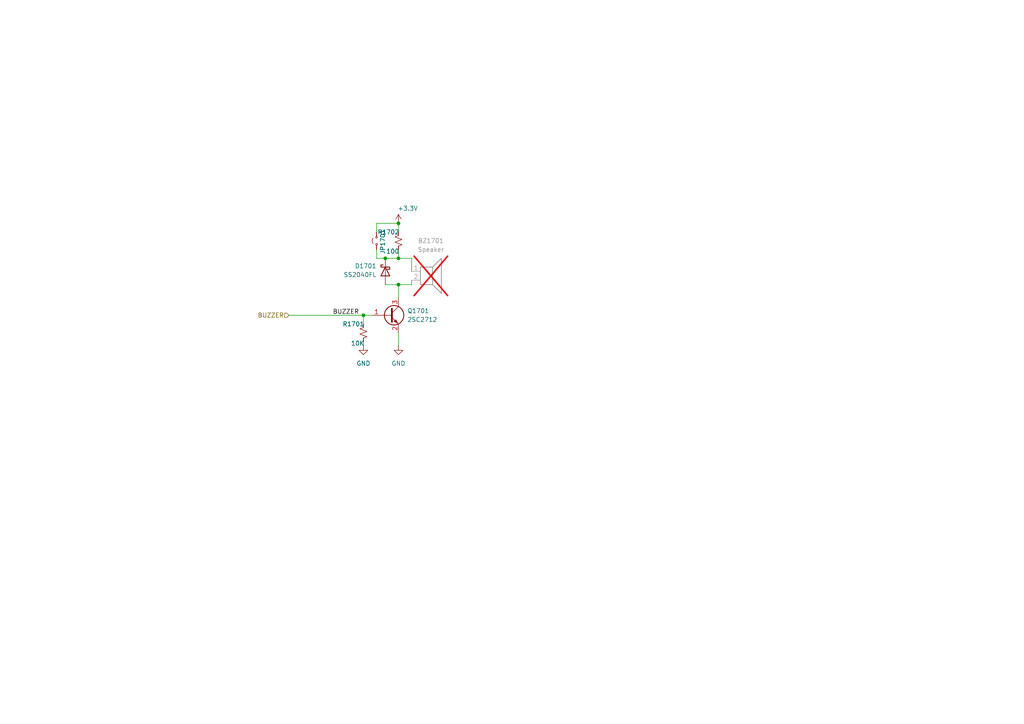
<source format=kicad_sch>
(kicad_sch (version 20250114) (generator "eeschema") (generator_version "9.0")
  (paper "A4")
  (lib_symbols
    (symbol "Device:D_Schottky" (pin_numbers (hide yes)) (pin_names (offset 1.016) (hide yes))
      (property "Reference" "D" (at 0 2.54 0))
      (property "Value" "D_Schottky" (at 0 -2.54 0))
      (symbol "D_Schottky_0_1"
        (polyline (pts (xy -1.905 0.635) (xy -1.905 1.27) (xy -1.27 1.27) (xy -1.27 -1.27) (xy -0.635 -1.27) (xy -0.635 -0.635)) (stroke (width 0.254)))
        (polyline (pts (xy 1.27 1.27) (xy 1.27 -1.27) (xy -1.27 0) (xy 1.27 1.27)) (stroke (width 0.254)))
        (polyline (pts (xy 1.27 0) (xy -1.27 0)))
      )
      (symbol "D_Schottky_1_1"
        (pin passive line (at -3.81 0 0) (length 2.54) (name "K") (number "1"))
        (pin passive line (at 3.81 0 180) (length 2.54) (name "A") (number "2"))
      )
    )
    (symbol "Device:R_Small_US" (pin_numbers (hide yes)) (pin_names (offset 0.254) (hide yes))
      (property "Reference" "R" (at 0.762 0.508 0))
      (property "Value" "R_Small_US" (at 0.762 -1.016 0))
      (symbol "R_Small_US_1_1"
        (polyline (pts (xy 0 1.524) (xy 1.016 1.143) (xy 0 0.762) (xy -1.016 0.381) (xy 0 0)))
        (polyline (pts (xy 0 0) (xy 1.016 -0.381) (xy 0 -0.762) (xy -1.016 -1.143) (xy 0 -1.524)))
        (pin passive line (at 0 2.54 270) (length 1.016) (name "~") (number "1"))
        (pin passive line (at 0 -2.54 90) (length 1.016) (name "~") (number "2"))
      )
    )
    (symbol "Device:Speaker" (pin_names (offset 0) (hide yes))
      (property "Reference" "LS" (at 1.27 5.715 0))
      (property "Value" "Speaker" (at 1.27 3.81 0))
      (symbol "Speaker_0_0"
        (rectangle (start -2.54 1.27) (end 1.016 -3.81) (stroke (width 0.254)))
        (polyline (pts (xy 1.016 1.27) (xy 3.556 3.81) (xy 3.556 -6.35) (xy 1.016 -3.81)) (stroke (width 0.254)))
      )
      (symbol "Speaker_1_1"
        (pin input line (at -5.08 0 0) (length 2.54) (name "1") (number "1"))
        (pin input line (at -5.08 -2.54 0) (length 2.54) (name "2") (number "2"))
      )
    )
    (symbol "Jumper:Jumper_2_Small_Open" (pin_numbers (hide yes)) (pin_names (offset 0) (hide yes))
      (property "Reference" "JP" (at 0 2.794 0))
      (property "Value" "Jumper_2_Small_Open" (at 0 -2.286 0))
      (symbol "Jumper_2_Small_Open_0_0"
        (circle (center -1.016 0) (radius 0.254))
        (circle (center 1.016 0) (radius 0.254))
      )
      (symbol "Jumper_2_Small_Open_0_1"
        (arc (start -0.762 1.0196) (mid 0 1.2729) (end 0.762 1.0196))
      )
      (symbol "Jumper_2_Small_Open_1_1"
        (pin passive line (at -2.54 0 0) (length 1.27) (name "A") (number "1"))
        (pin passive line (at 2.54 0 180) (length 1.27) (name "B") (number "2"))
      )
    )
    (symbol "Transistor_BJT:2SC4213" (pin_names (offset 0) (hide yes))
      (property "Reference" "Q" (at 5.08 1.905 0))
      (property "Value" "2SC4213" (at 5.08 0 0))
      (symbol "2SC4213_0_1"
        (polyline (pts (xy -2.54 0) (xy 0.635 0)))
        (polyline (pts (xy 0.635 1.905) (xy 0.635 -1.905)) (stroke (width 0.508)))
        (circle (center 1.27 0) (radius 2.8194) (stroke (width 0.254)))
      )
      (symbol "2SC4213_1_1"
        (polyline (pts (xy 0.635 0.635) (xy 2.54 2.54)))
        (polyline (pts (xy 0.635 -0.635) (xy 2.54 -2.54)))
        (polyline (pts (xy 1.27 -1.778) (xy 1.778 -1.27) (xy 2.286 -2.286) (xy 1.27 -1.778)) (fill (type outline)))
        (pin input line (at -5.08 0 0) (length 2.54) (name "B") (number "1"))
        (pin passive line (at 2.54 5.08 270) (length 2.54) (name "C") (number "3"))
        (pin passive line (at 2.54 -5.08 90) (length 2.54) (name "E") (number "2"))
      )
    )
    (symbol "power:+5V" (power) (pin_numbers (hide yes)) (pin_names (offset 0) (hide yes))
      (property "Value" "+5V" (at 0 3.556 0))
      (symbol "+5V_0_1"
        (polyline (pts (xy -0.762 1.27) (xy 0 2.54)))
        (polyline (pts (xy 0 2.54) (xy 0.762 1.27)))
        (polyline (pts (xy 0 0) (xy 0 2.54)))
      )
      (symbol "+5V_1_1"
        (pin power_in line (at 0 0 90) (length 0) (name "~") (number "1"))
      )
    )
    (symbol "power:GND" (power) (pin_numbers (hide yes)) (pin_names (offset 0) (hide yes))
      (property "Value" "GND" (at 0 -3.81 0))
      (symbol "GND_0_1"
        (polyline (pts (xy 0 0) (xy 0 -1.27) (xy 1.27 -1.27) (xy 0 -2.54) (xy -1.27 -1.27) (xy 0 -1.27)))
      )
      (symbol "GND_1_1"
        (pin power_in line (at 0 0 270) (length 0) (name "~") (number "1"))
      )
    )
  )
  (junction (at 105.41 91.44))
  (junction (at 111.76 74.93))
  (junction (at 115.57 64.77))
  (junction (at 115.57 82.55))
  (junction (at 115.57 74.93))
  (wire (pts (xy 115.57 82.55) (xy 111.76 82.55)))
  (wire (pts (xy 83.82 91.44) (xy 105.41 91.44)))
  (wire (pts (xy 109.22 72.39) (xy 109.22 74.93)))
  (wire (pts (xy 119.38 82.55) (xy 115.57 82.55)))
  (wire (pts (xy 115.57 82.55) (xy 115.57 86.36)))
  (wire (pts (xy 115.57 96.52) (xy 115.57 100.33)))
  (wire (pts (xy 115.57 74.93) (xy 119.38 74.93)))
  (wire (pts (xy 107.95 91.44) (xy 105.41 91.44)))
  (wire (pts (xy 109.22 74.93) (xy 111.76 74.93)))
  (wire (pts (xy 111.76 74.93) (xy 115.57 74.93)))
  (wire (pts (xy 105.41 99.06) (xy 105.41 100.33)))
  (wire (pts (xy 109.22 64.77) (xy 109.22 67.31)))
  (wire (pts (xy 105.41 91.44) (xy 105.41 93.98)))
  (wire (pts (xy 119.38 81.28) (xy 119.38 82.55)))
  (wire (pts (xy 115.57 72.39) (xy 115.57 74.93)))
  (wire (pts (xy 109.22 64.77) (xy 115.57 64.77)))
  (wire (pts (xy 115.57 67.31) (xy 115.57 64.77)))
  (wire (pts (xy 119.38 74.93) (xy 119.38 78.74)))
  (label "BUZZER" (at 104.14 91.44 180))
  (hierarchical_label "BUZZER" (shape input) (at 83.82 91.44 180))
  (symbol (lib_id "Device:R_Small_US") (at 105.41 96.52 0) (mirror y) (unit 1)
    (property "Reference" "R1701" (at 105.664 93.98 0) (effects (justify left)))
    (property "Value" "10K" (at 105.664 99.568 0) (effects (justify left)))
    (property "Footprint" "Resistor_SMD:R_0603_1608Metric" (effects (hide yes)))
    (property "Description" "Resistor, small US symbol" (effects (hide yes)))
  )
  (symbol (lib_id "Jumper:Jumper_2_Small_Open") (at 109.22 69.85 90) (unit 1)
    (property "Reference" "JP1701" (at 110.998 70.104 0))
    (property "Value" "Jumper_2_Small_Open" (effects (hide yes)))
    (property "Footprint" "Jumper:SolderJumper-2_P1.3mm_Open_RoundedPad1.0x1.5mm" (effects (hide yes)))
    (property "Description" "Jumper, 2-pole, small symbol, open" (effects (hide yes)))
  )
  (symbol (lib_id "Device:R_Small_US") (at 115.57 69.85 0) (mirror y) (unit 1)
    (property "Reference" "R1702" (at 115.824 67.31 0) (effects (justify left)))
    (property "Value" "100" (at 115.824 72.898 0) (effects (justify left)))
    (property "Footprint" "Resistor_SMD:R_0603_1608Metric" (effects (hide yes)))
    (property "Description" "Resistor, small US symbol" (effects (hide yes)))
  )
  (symbol (lib_id "Device:D_Schottky") (at 111.76 78.74 90) (mirror x) (unit 1)
    (property "Reference" "D1701" (at 109.22 77.1524 90) (effects (justify left)))
    (property "Value" "SS2040FL" (at 109.22 79.6924 90) (effects (justify left)))
    (property "Footprint" "Diode_SMD:D_SOD-123F" (effects (hide yes)))
    (property "Description" "Schottky diode" (effects (hide yes)))
    (property "LCSC" "C268712" (effects (hide yes)))
  )
  (symbol (lib_id "Transistor_BJT:2SC4213") (at 113.03 91.44 0) (unit 1)
    (property "Reference" "Q1701" (at 118.11 90.1699 0) (effects (justify left)))
    (property "Value" "2SC2712" (at 118.11 92.7099 0) (effects (justify left)))
    (property "Footprint" "Package_TO_SOT_SMD:SC-59_Handsoldering" (effects (hide yes)))
    (property "Datasheet" "https://toshiba.semicon-storage.com/info/docget.jsp?did=19305&prodName=2SC4213" (effects (hide yes)))
    (property "Description" "0.3A Ic, 20V Vce, NPN Transistor, For Muting and Switching, SOT-323" (effects (hide yes)))
  )
  (symbol (lib_id "power:GND") (at 115.57 100.33 0) (mirror y) (unit 1)
    (property "Reference" "#PWR01703" (effects (hide yes)))
    (property "Value" "GND" (at 115.57 105.41 0))
    (property "Description" "Power symbol creates a global label with name \"GND\" , ground" (effects (hide yes)))
  )
  (symbol (lib_id "power:GND") (at 105.41 100.33 0) (mirror y) (unit 1)
    (property "Reference" "#PWR01701" (effects (hide yes)))
    (property "Value" "GND" (at 105.41 105.41 0))
    (property "Description" "Power symbol creates a global label with name \"GND\" , ground" (effects (hide yes)))
  )
  (symbol (lib_id "Device:Speaker") (at 124.46 78.74 0) (unit 1) (dnp yes)
    (property "Reference" "BZ1701" (at 124.968 69.85 0))
    (property "Value" "Speaker" (at 124.968 72.39 0))
    (property "Footprint" "x68k-lib:UGCT7525AN4" (effects (hide yes)))
    (property "Description" "Speaker" (effects (hide yes)))
  )
  (symbol (lib_id "power:+5V") (at 115.57 64.77 0) (mirror y) (unit 1)
    (property "Reference" "#PWR01702" (effects (hide yes)))
    (property "Value" "+3.3V" (at 115.316 60.452 0) (effects (justify right)))
    (property "Description" "Power symbol creates a global label with name \"+5V\"" (effects (hide yes)))
  )
)
</source>
